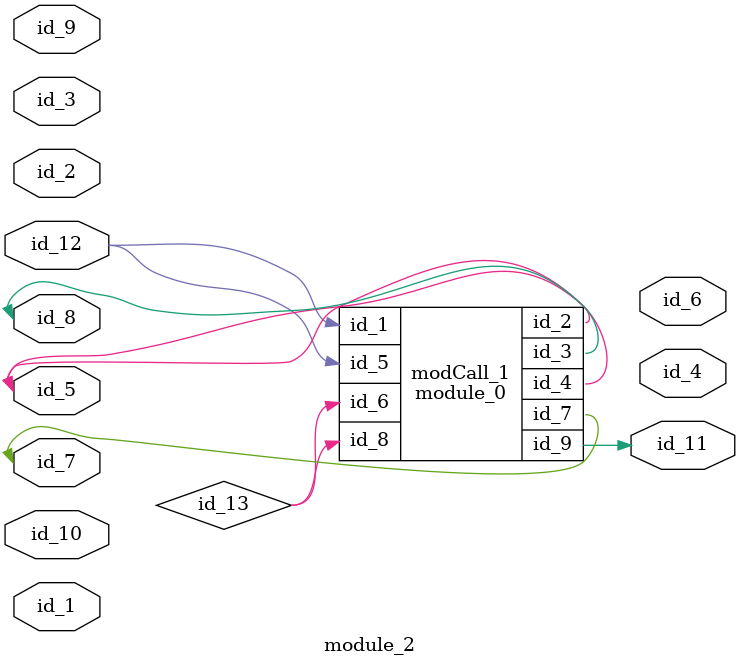
<source format=v>
module module_0 (
    id_1,
    id_2,
    id_3,
    id_4,
    id_5,
    id_6,
    id_7,
    id_8,
    id_9
);
  output wire id_9;
  input wire id_8;
  inout wire id_7;
  input wire id_6;
  input wire id_5;
  output wire id_4;
  output wire id_3;
  inout wire id_2;
  input wire id_1;
  assign id_3 = id_5;
endmodule
module module_1;
  assign id_1[-1 : 1] = id_1;
  wire id_2;
  module_0 modCall_1 (
      id_2,
      id_2,
      id_2,
      id_2,
      id_2,
      id_2,
      id_2,
      id_2,
      id_2
  );
endmodule
module module_2 (
    id_1,
    id_2,
    id_3,
    id_4,
    id_5,
    id_6,
    id_7,
    id_8,
    id_9,
    id_10,
    id_11,
    id_12
);
  input wire id_12;
  output wire id_11;
  inout wire id_10;
  input wire id_9;
  inout wire id_8;
  inout wire id_7;
  output wire id_6;
  inout wire id_5;
  output wire id_4;
  input wire id_3;
  inout wire id_2;
  input wire id_1;
  wire id_13;
  module_0 modCall_1 (
      id_12,
      id_5,
      id_8,
      id_5,
      id_12,
      id_13,
      id_7,
      id_13,
      id_11
  );
endmodule

</source>
